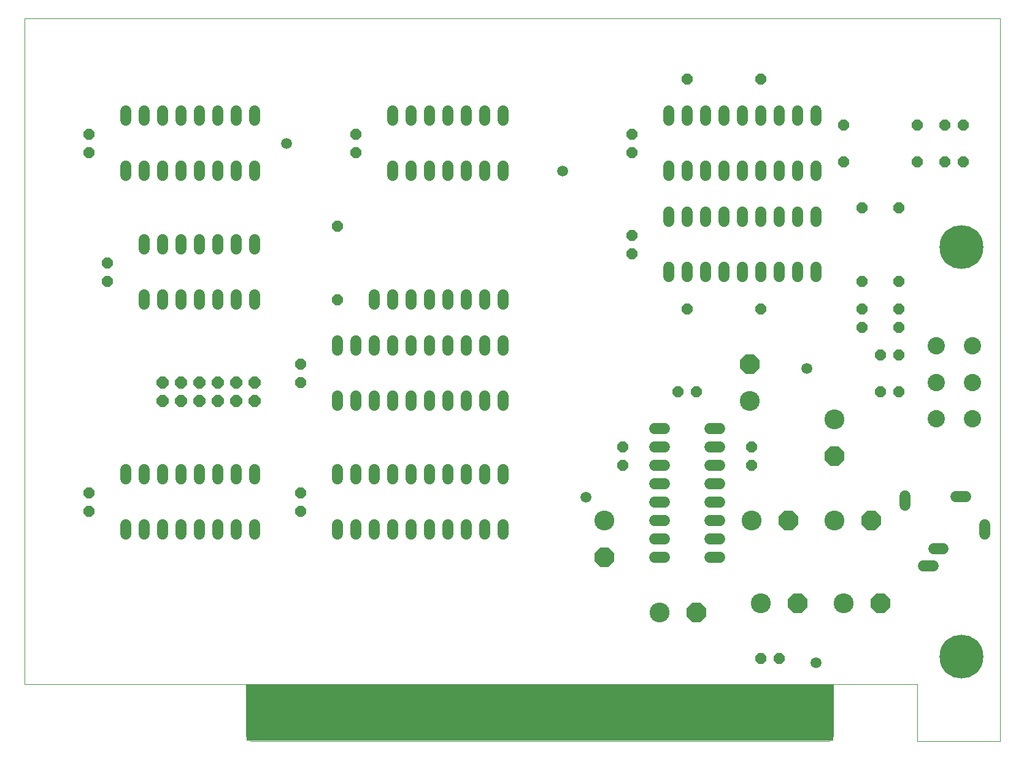
<source format=gts>
G75*
%MOIN*%
%OFA0B0*%
%FSLAX25Y25*%
%IPPOS*%
%LPD*%
%AMOC8*
5,1,8,0,0,1.08239X$1,22.5*
%
%ADD10C,0.00000*%
%ADD11R,3.19000X0.31000*%
%ADD12OC8,0.06000*%
%ADD13C,0.10800*%
%ADD14OC8,0.10800*%
%ADD15C,0.06000*%
%ADD16OC8,0.06400*%
%ADD17C,0.09400*%
%ADD18R,0.06800X0.25300*%
%ADD19C,0.05950*%
%ADD20C,0.23800*%
%ADD21C,0.05918*%
D10*
X0011400Y0051000D02*
X0011400Y0413000D01*
X0541400Y0413000D01*
X0541400Y0020000D01*
X0496400Y0020000D01*
X0496400Y0051000D01*
X0450900Y0051000D01*
X0450900Y0022500D01*
X0448400Y0020000D01*
X0134400Y0020000D01*
X0131900Y0022500D01*
X0131900Y0051000D01*
X0011400Y0051000D01*
D11*
X0291400Y0035500D03*
D12*
X0411400Y0065000D03*
X0421400Y0065000D03*
X0406400Y0170000D03*
X0406400Y0180000D03*
X0376400Y0210000D03*
X0366400Y0210000D03*
X0336400Y0180000D03*
X0336400Y0170000D03*
X0371400Y0255000D03*
X0411400Y0255000D03*
X0466400Y0255000D03*
X0466400Y0245000D03*
X0476400Y0230000D03*
X0486400Y0230000D03*
X0486400Y0245000D03*
X0486400Y0255000D03*
X0486400Y0270000D03*
X0466400Y0270000D03*
X0466400Y0310000D03*
X0486400Y0310000D03*
X0496400Y0335000D03*
X0511400Y0335000D03*
X0521400Y0335000D03*
X0521400Y0355000D03*
X0511400Y0355000D03*
X0496400Y0355000D03*
X0456400Y0355000D03*
X0456400Y0335000D03*
X0411400Y0380000D03*
X0371400Y0380000D03*
X0341400Y0350000D03*
X0341400Y0340000D03*
X0341400Y0295000D03*
X0341400Y0285000D03*
X0476400Y0210000D03*
X0486400Y0210000D03*
X0191400Y0340000D03*
X0191400Y0350000D03*
X0181400Y0300000D03*
X0181400Y0260000D03*
X0161400Y0225000D03*
X0161400Y0215000D03*
X0161400Y0155000D03*
X0161400Y0145000D03*
X0046400Y0145000D03*
X0046400Y0155000D03*
X0056400Y0270000D03*
X0056400Y0280000D03*
X0046400Y0340000D03*
X0046400Y0350000D03*
D13*
X0326400Y0140000D03*
X0356400Y0090000D03*
X0411400Y0095000D03*
X0456400Y0095000D03*
X0451400Y0140000D03*
X0406400Y0140000D03*
X0451400Y0195000D03*
X0405400Y0205000D03*
D14*
X0405400Y0225000D03*
X0451400Y0175000D03*
X0471400Y0140000D03*
X0426400Y0140000D03*
X0431400Y0095000D03*
X0476400Y0095000D03*
X0376400Y0090000D03*
X0326400Y0120000D03*
D15*
X0353800Y0120000D02*
X0359000Y0120000D01*
X0359000Y0130000D02*
X0353800Y0130000D01*
X0353800Y0140000D02*
X0359000Y0140000D01*
X0359000Y0150000D02*
X0353800Y0150000D01*
X0353800Y0160000D02*
X0359000Y0160000D01*
X0359000Y0170000D02*
X0353800Y0170000D01*
X0353800Y0180000D02*
X0359000Y0180000D01*
X0359000Y0190000D02*
X0353800Y0190000D01*
X0383800Y0190000D02*
X0389000Y0190000D01*
X0389000Y0180000D02*
X0383800Y0180000D01*
X0383800Y0170000D02*
X0389000Y0170000D01*
X0389000Y0160000D02*
X0383800Y0160000D01*
X0383800Y0150000D02*
X0389000Y0150000D01*
X0389000Y0140000D02*
X0383800Y0140000D01*
X0383800Y0130000D02*
X0389000Y0130000D01*
X0389000Y0120000D02*
X0383800Y0120000D01*
X0271400Y0132400D02*
X0271400Y0137600D01*
X0261400Y0137600D02*
X0261400Y0132400D01*
X0251400Y0132400D02*
X0251400Y0137600D01*
X0241400Y0137600D02*
X0241400Y0132400D01*
X0231400Y0132400D02*
X0231400Y0137600D01*
X0221400Y0137600D02*
X0221400Y0132400D01*
X0211400Y0132400D02*
X0211400Y0137600D01*
X0201400Y0137600D02*
X0201400Y0132400D01*
X0191400Y0132400D02*
X0191400Y0137600D01*
X0181400Y0137600D02*
X0181400Y0132400D01*
X0181400Y0162400D02*
X0181400Y0167600D01*
X0191400Y0167600D02*
X0191400Y0162400D01*
X0201400Y0162400D02*
X0201400Y0167600D01*
X0211400Y0167600D02*
X0211400Y0162400D01*
X0221400Y0162400D02*
X0221400Y0167600D01*
X0231400Y0167600D02*
X0231400Y0162400D01*
X0241400Y0162400D02*
X0241400Y0167600D01*
X0251400Y0167600D02*
X0251400Y0162400D01*
X0261400Y0162400D02*
X0261400Y0167600D01*
X0271400Y0167600D02*
X0271400Y0162400D01*
X0271400Y0202400D02*
X0271400Y0207600D01*
X0261400Y0207600D02*
X0261400Y0202400D01*
X0251400Y0202400D02*
X0251400Y0207600D01*
X0241400Y0207600D02*
X0241400Y0202400D01*
X0231400Y0202400D02*
X0231400Y0207600D01*
X0221400Y0207600D02*
X0221400Y0202400D01*
X0211400Y0202400D02*
X0211400Y0207600D01*
X0201400Y0207600D02*
X0201400Y0202400D01*
X0191400Y0202400D02*
X0191400Y0207600D01*
X0181400Y0207600D02*
X0181400Y0202400D01*
X0181400Y0232400D02*
X0181400Y0237600D01*
X0191400Y0237600D02*
X0191400Y0232400D01*
X0201400Y0232400D02*
X0201400Y0237600D01*
X0211400Y0237600D02*
X0211400Y0232400D01*
X0221400Y0232400D02*
X0221400Y0237600D01*
X0231400Y0237600D02*
X0231400Y0232400D01*
X0241400Y0232400D02*
X0241400Y0237600D01*
X0251400Y0237600D02*
X0251400Y0232400D01*
X0261400Y0232400D02*
X0261400Y0237600D01*
X0271400Y0237600D02*
X0271400Y0232400D01*
X0271400Y0257400D02*
X0271400Y0262600D01*
X0261400Y0262600D02*
X0261400Y0257400D01*
X0251400Y0257400D02*
X0251400Y0262600D01*
X0241400Y0262600D02*
X0241400Y0257400D01*
X0231400Y0257400D02*
X0231400Y0262600D01*
X0221400Y0262600D02*
X0221400Y0257400D01*
X0211400Y0257400D02*
X0211400Y0262600D01*
X0201400Y0262600D02*
X0201400Y0257400D01*
X0136400Y0257400D02*
X0136400Y0262600D01*
X0126400Y0262600D02*
X0126400Y0257400D01*
X0116400Y0257400D02*
X0116400Y0262600D01*
X0106400Y0262600D02*
X0106400Y0257400D01*
X0096400Y0257400D02*
X0096400Y0262600D01*
X0086400Y0262600D02*
X0086400Y0257400D01*
X0076400Y0257400D02*
X0076400Y0262600D01*
X0076400Y0287400D02*
X0076400Y0292600D01*
X0086400Y0292600D02*
X0086400Y0287400D01*
X0096400Y0287400D02*
X0096400Y0292600D01*
X0106400Y0292600D02*
X0106400Y0287400D01*
X0116400Y0287400D02*
X0116400Y0292600D01*
X0126400Y0292600D02*
X0126400Y0287400D01*
X0136400Y0287400D02*
X0136400Y0292600D01*
X0136400Y0327400D02*
X0136400Y0332600D01*
X0126400Y0332600D02*
X0126400Y0327400D01*
X0116400Y0327400D02*
X0116400Y0332600D01*
X0106400Y0332600D02*
X0106400Y0327400D01*
X0096400Y0327400D02*
X0096400Y0332600D01*
X0086400Y0332600D02*
X0086400Y0327400D01*
X0076400Y0327400D02*
X0076400Y0332600D01*
X0066400Y0332600D02*
X0066400Y0327400D01*
X0066400Y0357400D02*
X0066400Y0362600D01*
X0076400Y0362600D02*
X0076400Y0357400D01*
X0086400Y0357400D02*
X0086400Y0362600D01*
X0096400Y0362600D02*
X0096400Y0357400D01*
X0106400Y0357400D02*
X0106400Y0362600D01*
X0116400Y0362600D02*
X0116400Y0357400D01*
X0126400Y0357400D02*
X0126400Y0362600D01*
X0136400Y0362600D02*
X0136400Y0357400D01*
X0211400Y0357400D02*
X0211400Y0362600D01*
X0221400Y0362600D02*
X0221400Y0357400D01*
X0231400Y0357400D02*
X0231400Y0362600D01*
X0241400Y0362600D02*
X0241400Y0357400D01*
X0251400Y0357400D02*
X0251400Y0362600D01*
X0261400Y0362600D02*
X0261400Y0357400D01*
X0271400Y0357400D02*
X0271400Y0362600D01*
X0271400Y0332600D02*
X0271400Y0327400D01*
X0261400Y0327400D02*
X0261400Y0332600D01*
X0251400Y0332600D02*
X0251400Y0327400D01*
X0241400Y0327400D02*
X0241400Y0332600D01*
X0231400Y0332600D02*
X0231400Y0327400D01*
X0221400Y0327400D02*
X0221400Y0332600D01*
X0211400Y0332600D02*
X0211400Y0327400D01*
X0361400Y0327400D02*
X0361400Y0332600D01*
X0371400Y0332600D02*
X0371400Y0327400D01*
X0381400Y0327400D02*
X0381400Y0332600D01*
X0391400Y0332600D02*
X0391400Y0327400D01*
X0401400Y0327400D02*
X0401400Y0332600D01*
X0411400Y0332600D02*
X0411400Y0327400D01*
X0421400Y0327400D02*
X0421400Y0332600D01*
X0431400Y0332600D02*
X0431400Y0327400D01*
X0441400Y0327400D02*
X0441400Y0332600D01*
X0441400Y0357400D02*
X0441400Y0362600D01*
X0431400Y0362600D02*
X0431400Y0357400D01*
X0421400Y0357400D02*
X0421400Y0362600D01*
X0411400Y0362600D02*
X0411400Y0357400D01*
X0401400Y0357400D02*
X0401400Y0362600D01*
X0391400Y0362600D02*
X0391400Y0357400D01*
X0381400Y0357400D02*
X0381400Y0362600D01*
X0371400Y0362600D02*
X0371400Y0357400D01*
X0361400Y0357400D02*
X0361400Y0362600D01*
X0361400Y0307600D02*
X0361400Y0302400D01*
X0371400Y0302400D02*
X0371400Y0307600D01*
X0381400Y0307600D02*
X0381400Y0302400D01*
X0391400Y0302400D02*
X0391400Y0307600D01*
X0401400Y0307600D02*
X0401400Y0302400D01*
X0411400Y0302400D02*
X0411400Y0307600D01*
X0421400Y0307600D02*
X0421400Y0302400D01*
X0431400Y0302400D02*
X0431400Y0307600D01*
X0441400Y0307600D02*
X0441400Y0302400D01*
X0441400Y0277600D02*
X0441400Y0272400D01*
X0431400Y0272400D02*
X0431400Y0277600D01*
X0421400Y0277600D02*
X0421400Y0272400D01*
X0411400Y0272400D02*
X0411400Y0277600D01*
X0401400Y0277600D02*
X0401400Y0272400D01*
X0391400Y0272400D02*
X0391400Y0277600D01*
X0381400Y0277600D02*
X0381400Y0272400D01*
X0371400Y0272400D02*
X0371400Y0277600D01*
X0361400Y0277600D02*
X0361400Y0272400D01*
X0136400Y0167600D02*
X0136400Y0162400D01*
X0126400Y0162400D02*
X0126400Y0167600D01*
X0116400Y0167600D02*
X0116400Y0162400D01*
X0106400Y0162400D02*
X0106400Y0167600D01*
X0096400Y0167600D02*
X0096400Y0162400D01*
X0086400Y0162400D02*
X0086400Y0167600D01*
X0076400Y0167600D02*
X0076400Y0162400D01*
X0066400Y0162400D02*
X0066400Y0167600D01*
X0066400Y0137600D02*
X0066400Y0132400D01*
X0076400Y0132400D02*
X0076400Y0137600D01*
X0086400Y0137600D02*
X0086400Y0132400D01*
X0096400Y0132400D02*
X0096400Y0137600D01*
X0106400Y0137600D02*
X0106400Y0132400D01*
X0116400Y0132400D02*
X0116400Y0137600D01*
X0126400Y0137600D02*
X0126400Y0132400D01*
X0136400Y0132400D02*
X0136400Y0137600D01*
D16*
X0136400Y0205000D03*
X0136400Y0215000D03*
X0126400Y0215000D03*
X0116400Y0215000D03*
X0116400Y0205000D03*
X0126400Y0205000D03*
X0106400Y0205000D03*
X0106400Y0215000D03*
X0096400Y0215000D03*
X0096400Y0205000D03*
X0086400Y0205000D03*
X0086400Y0215000D03*
D17*
X0506715Y0215000D03*
X0526400Y0215000D03*
X0526400Y0195315D03*
X0506715Y0195315D03*
X0506715Y0234685D03*
X0526400Y0234685D03*
D18*
X0441400Y0037000D03*
X0431400Y0037000D03*
X0421400Y0037000D03*
X0411400Y0037000D03*
X0401400Y0037000D03*
X0391400Y0037000D03*
X0381400Y0037000D03*
X0371400Y0037000D03*
X0361400Y0037000D03*
X0351400Y0037000D03*
X0341400Y0037000D03*
X0331400Y0037000D03*
X0321400Y0037000D03*
X0311400Y0037000D03*
X0301400Y0037000D03*
X0291400Y0037000D03*
X0281400Y0037000D03*
X0271400Y0037000D03*
X0261400Y0037000D03*
X0251400Y0037000D03*
X0241400Y0037000D03*
X0231400Y0037000D03*
X0221400Y0037000D03*
X0211400Y0037000D03*
X0201400Y0037000D03*
X0191400Y0037000D03*
X0181400Y0037000D03*
X0171400Y0037000D03*
X0161400Y0037000D03*
X0151400Y0037000D03*
X0141400Y0037000D03*
D19*
X0489825Y0148173D02*
X0489825Y0153323D01*
X0517565Y0152913D02*
X0522715Y0152913D01*
X0533132Y0137575D02*
X0533132Y0132425D01*
X0510510Y0124567D02*
X0505361Y0124567D01*
X0504998Y0115118D02*
X0499849Y0115118D01*
D20*
X0520400Y0066000D03*
X0520400Y0288500D03*
D21*
X0436400Y0222500D03*
X0316400Y0152500D03*
X0441400Y0062500D03*
X0303900Y0330000D03*
X0153900Y0345000D03*
M02*

</source>
